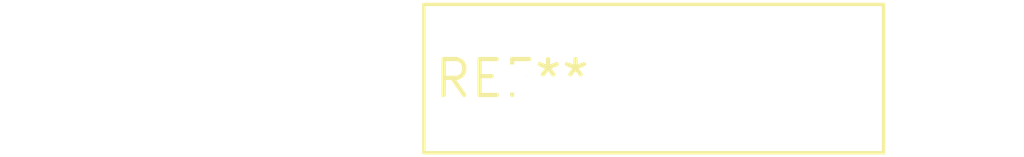
<source format=kicad_pcb>
(kicad_pcb (version 20240108) (generator pcbnew)
  (layers (0 "F.Cu" signal) (31 "B.Cu" signal) (34 "B.Paste" user) (35 "F.Paste" user) (36 "B.SilkS" user "B.Silkscreen") (37 "F.SilkS" user "F.Silkscreen") (38 "B.Mask" user) (39 "F.Mask" user) (44 "Edge.Cuts" user))
  (net 0 "")
  (footprint "C_Disc_D16.0mm_W5.0mm_P10.00mm" (layer "F.Cu") (at 0 0)
    (property "Reference" "REF**")
    (property "Value" "C_Disc_D16.0mm_W5.0mm_P10.00mm")
    (fp_line (start -3.12 -2.62) (end -3.12 2.62) (layer "F.SilkS") (stroke (width 0.12)))
    (fp_line (start -3.12 -2.62) (end 13.12 -2.62) (layer "F.SilkS") (stroke (width 0.12)))
    (fp_line (start -3.12 2.62) (end 13.12 2.62) (layer "F.SilkS") (stroke (width 0.12)))
    (fp_line (start 13.12 -2.62) (end 13.12 2.62) (layer "F.SilkS") (stroke (width 0.12)))
    (pad "1" thru_hole circle (at 0 0) (size 2 2) (drill 1) (layers *.Cu *.Mask) (remove_unused_layers))
    (pad "2" thru_hole circle (at 10 0) (size 2 2) (drill 1) (layers *.Cu *.Mask) (remove_unused_layers))
  )
)
</source>
